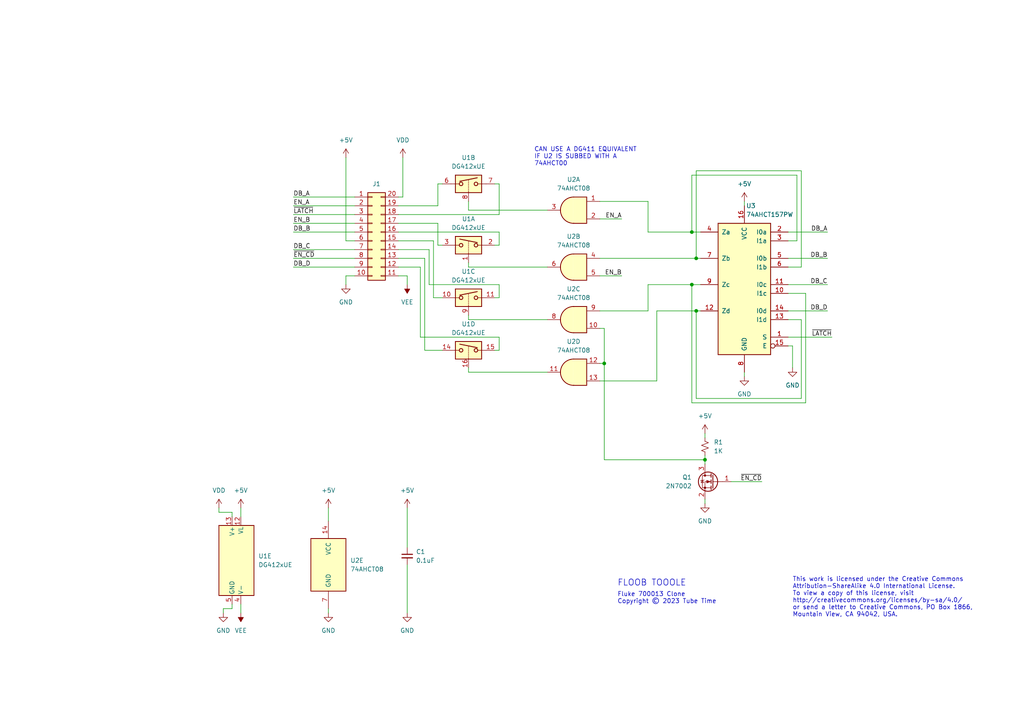
<source format=kicad_sch>
(kicad_sch (version 20211123) (generator eeschema)
  (paper "A4")
  (lib_symbols
    (symbol "74xx:74LS08" (pin_names (offset 1.016))
      (property "Reference" "U" (at 0 1.27 0))
      (property "Value" "74LS08" (at 0 -1.27 0))
      (symbol "74LS08_1_1"
        (arc (start 0 -3.81) (mid 3.81 0) (end 0 3.81) (stroke (width 0.254)) (fill (type background)))
        (polyline (pts (xy 0 3.81) (xy -3.81 3.81) (xy -3.81 -3.81) (xy 0 -3.81)) (stroke (width 0.254)) (fill (type background)))
        (pin input line (at -7.62 2.54 0) (length 3.81) (name "~") (number "1"))
        (pin input line (at -7.62 -2.54 0) (length 3.81) (name "~") (number "2"))
        (pin output line (at 7.62 0 180) (length 3.81) (name "~") (number "3"))
      )
      (symbol "74LS08_1_2"
        (arc (start -3.81 -3.81) (mid -2.589 0) (end -3.81 3.81) (stroke (width 0.254)))
        (arc (start -0.6096 -3.81) (mid 2.1855 -2.584) (end 3.81 0) (stroke (width 0.254)) (fill (type background)))
        (polyline (pts (xy -3.81 -3.81) (xy -0.635 -3.81)) (stroke (width 0.254)) (fill (type background)))
        (polyline (pts (xy -3.81 3.81) (xy -0.635 3.81)) (stroke (width 0.254)) (fill (type background)))
        (polyline (pts (xy -0.635 3.81) (xy -3.81 3.81) (xy -3.81 3.81) (xy -3.556 3.4036) (xy -3.0226 2.2606) (xy -2.6924 1.0414) (xy -2.6162 -0.254) (xy -2.7686 -1.4986) (xy -3.175 -2.7178) (xy -3.81 -3.81) (xy -3.81 -3.81) (xy -0.635 -3.81)) (stroke (width -25.4)) (fill (type background)))
        (arc (start 3.81 0) (mid 2.1928 2.5925) (end -0.6096 3.81) (stroke (width 0.254)) (fill (type background)))
        (pin input inverted (at -7.62 2.54 0) (length 4.318) (name "~") (number "1"))
        (pin input inverted (at -7.62 -2.54 0) (length 4.318) (name "~") (number "2"))
        (pin output inverted (at 7.62 0 180) (length 3.81) (name "~") (number "3"))
      )
      (symbol "74LS08_2_1"
        (arc (start 0 -3.81) (mid 3.81 0) (end 0 3.81) (stroke (width 0.254)) (fill (type background)))
        (polyline (pts (xy 0 3.81) (xy -3.81 3.81) (xy -3.81 -3.81) (xy 0 -3.81)) (stroke (width 0.254)) (fill (type background)))
        (pin input line (at -7.62 2.54 0) (length 3.81) (name "~") (number "4"))
        (pin input line (at -7.62 -2.54 0) (length 3.81) (name "~") (number "5"))
        (pin output line (at 7.62 0 180) (length 3.81) (name "~") (number "6"))
      )
      (symbol "74LS08_2_2"
        (arc (start -3.81 -3.81) (mid -2.589 0) (end -3.81 3.81) (stroke (width 0.254)))
        (arc (start -0.6096 -3.81) (mid 2.1855 -2.584) (end 3.81 0) (stroke (width 0.254)) (fill (type background)))
        (polyline (pts (xy -3.81 -3.81) (xy -0.635 -3.81)) (stroke (width 0.254)) (fill (type background)))
        (polyline (pts (xy -3.81 3.81) (xy -0.635 3.81)) (stroke (width 0.254)) (fill (type background)))
        (polyline (pts (xy -0.635 3.81) (xy -3.81 3.81) (xy -3.81 3.81) (xy -3.556 3.4036) (xy -3.0226 2.2606) (xy -2.6924 1.0414) (xy -2.6162 -0.254) (xy -2.7686 -1.4986) (xy -3.175 -2.7178) (xy -3.81 -3.81) (xy -3.81 -3.81) (xy -0.635 -3.81)) (stroke (width -25.4)) (fill (type background)))
        (arc (start 3.81 0) (mid 2.1928 2.5925) (end -0.6096 3.81) (stroke (width 0.254)) (fill (type background)))
        (pin input inverted (at -7.62 2.54 0) (length 4.318) (name "~") (number "4"))
        (pin input inverted (at -7.62 -2.54 0) (length 4.318) (name "~") (number "5"))
        (pin output inverted (at 7.62 0 180) (length 3.81) (name "~") (number "6"))
      )
      (symbol "74LS08_3_1"
        (arc (start 0 -3.81) (mid 3.81 0) (end 0 3.81) (stroke (width 0.254)) (fill (type background)))
        (polyline (pts (xy 0 3.81) (xy -3.81 3.81) (xy -3.81 -3.81) (xy 0 -3.81)) (stroke (width 0.254)) (fill (type background)))
        (pin input line (at -7.62 -2.54 0) (length 3.81) (name "~") (number "10"))
        (pin output line (at 7.62 0 180) (length 3.81) (name "~") (number "8"))
        (pin input line (at -7.62 2.54 0) (length 3.81) (name "~") (number "9"))
      )
      (symbol "74LS08_3_2"
        (arc (start -3.81 -3.81) (mid -2.589 0) (end -3.81 3.81) (stroke (width 0.254)))
        (arc (start -0.6096 -3.81) (mid 2.1855 -2.584) (end 3.81 0) (stroke (width 0.254)) (fill (type background)))
        (polyline (pts (xy -3.81 -3.81) (xy -0.635 -3.81)) (stroke (width 0.254)) (fill (type background)))
        (polyline (pts (xy -3.81 3.81) (xy -0.635 3.81)) (stroke (width 0.254)) (fill (type background)))
        (polyline (pts (xy -0.635 3.81) (xy -3.81 3.81) (xy -3.81 3.81) (xy -3.556 3.4036) (xy -3.0226 2.2606) (xy -2.6924 1.0414) (xy -2.6162 -0.254) (xy -2.7686 -1.4986) (xy -3.175 -2.7178) (xy -3.81 -3.81) (xy -3.81 -3.81) (xy -0.635 -3.81)) (stroke (width -25.4)) (fill (type background)))
        (arc (start 3.81 0) (mid 2.1928 2.5925) (end -0.6096 3.81) (stroke (width 0.254)) (fill (type background)))
        (pin input inverted (at -7.62 -2.54 0) (length 4.318) (name "~") (number "10"))
        (pin output inverted (at 7.62 0 180) (length 3.81) (name "~") (number "8"))
        (pin input inverted (at -7.62 2.54 0) (length 4.318) (name "~") (number "9"))
      )
      (symbol "74LS08_4_1"
        (arc (start 0 -3.81) (mid 3.81 0) (end 0 3.81) (stroke (width 0.254)) (fill (type background)))
        (polyline (pts (xy 0 3.81) (xy -3.81 3.81) (xy -3.81 -3.81) (xy 0 -3.81)) (stroke (width 0.254)) (fill (type background)))
        (pin output line (at 7.62 0 180) (length 3.81) (name "~") (number "11"))
        (pin input line (at -7.62 2.54 0) (length 3.81) (name "~") (number "12"))
        (pin input line (at -7.62 -2.54 0) (length 3.81) (name "~") (number "13"))
      )
      (symbol "74LS08_4_2"
        (arc (start -3.81 -3.81) (mid -2.589 0) (end -3.81 3.81) (stroke (width 0.254)))
        (arc (start -0.6096 -3.81) (mid 2.1855 -2.584) (end 3.81 0) (stroke (width 0.254)) (fill (type background)))
        (polyline (pts (xy -3.81 -3.81) (xy -0.635 -3.81)) (stroke (width 0.254)) (fill (type background)))
        (polyline (pts (xy -3.81 3.81) (xy -0.635 3.81)) (stroke (width 0.254)) (fill (type background)))
        (polyline (pts (xy -0.635 3.81) (xy -3.81 3.81) (xy -3.81 3.81) (xy -3.556 3.4036) (xy -3.0226 2.2606) (xy -2.6924 1.0414) (xy -2.6162 -0.254) (xy -2.7686 -1.4986) (xy -3.175 -2.7178) (xy -3.81 -3.81) (xy -3.81 -3.81) (xy -0.635 -3.81)) (stroke (width -25.4)) (fill (type background)))
        (arc (start 3.81 0) (mid 2.1928 2.5925) (end -0.6096 3.81) (stroke (width 0.254)) (fill (type background)))
        (pin output inverted (at 7.62 0 180) (length 3.81) (name "~") (number "11"))
        (pin input inverted (at -7.62 2.54 0) (length 4.318) (name "~") (number "12"))
        (pin input inverted (at -7.62 -2.54 0) (length 4.318) (name "~") (number "13"))
      )
      (symbol "74LS08_5_0"
        (pin power_in line (at 0 12.7 270) (length 5.08) (name "VCC") (number "14"))
        (pin power_in line (at 0 -12.7 90) (length 5.08) (name "GND") (number "7"))
      )
      (symbol "74LS08_5_1"
        (rectangle (start -5.08 7.62) (end 5.08 -7.62) (stroke (width 0.254)) (fill (type background)))
      )
    )
    (symbol "74xx:74LS157" (pin_names (offset 1.016))
      (property "Reference" "U" (at -7.62 19.05 0))
      (property "Value" "74LS157" (at -7.62 -21.59 0))
      (symbol "74LS157_1_0"
        (pin input line (at -12.7 -15.24 0) (length 5.08) (name "S") (number "1"))
        (pin input line (at -12.7 -2.54 0) (length 5.08) (name "I1c") (number "10"))
        (pin input line (at -12.7 0 0) (length 5.08) (name "I0c") (number "11"))
        (pin output line (at 12.7 -7.62 180) (length 5.08) (name "Zd") (number "12"))
        (pin input line (at -12.7 -10.16 0) (length 5.08) (name "I1d") (number "13"))
        (pin input line (at -12.7 -7.62 0) (length 5.08) (name "I0d") (number "14"))
        (pin input inverted (at -12.7 -17.78 0) (length 5.08) (name "E") (number "15"))
        (pin power_in line (at 0 22.86 270) (length 5.08) (name "VCC") (number "16"))
        (pin input line (at -12.7 15.24 0) (length 5.08) (name "I0a") (number "2"))
        (pin input line (at -12.7 12.7 0) (length 5.08) (name "I1a") (number "3"))
        (pin output line (at 12.7 15.24 180) (length 5.08) (name "Za") (number "4"))
        (pin input line (at -12.7 7.62 0) (length 5.08) (name "I0b") (number "5"))
        (pin input line (at -12.7 5.08 0) (length 5.08) (name "I1b") (number "6"))
        (pin output line (at 12.7 7.62 180) (length 5.08) (name "Zb") (number "7"))
        (pin power_in line (at 0 -25.4 90) (length 5.08) (name "GND") (number "8"))
        (pin output line (at 12.7 0 180) (length 5.08) (name "Zc") (number "9"))
      )
      (symbol "74LS157_1_1"
        (rectangle (start -7.62 17.78) (end 7.62 -20.32) (stroke (width 0.254)) (fill (type background)))
      )
    )
    (symbol "Analog_Switch:DG412xUE" (pin_names (offset 0.254))
      (property "Reference" "U" (at -3.175 5.334 0))
      (property "Value" "DG412xUE" (at -3.175 3.556 0))
      (symbol "DG412xUE_1_1"
        (rectangle (start -3.81 2.54) (end 3.81 -2.54) (stroke (width 0.254)) (fill (type background)))
        (circle (center -2.159 0) (radius 0.508) (stroke (width 0.254)))
        (polyline (pts (xy -5.08 0) (xy -2.794 0)))
        (polyline (pts (xy -2.54 0.762) (xy 2.54 1.778)) (stroke (width 0.254)))
        (polyline (pts (xy 0 -2.54) (xy 0 -2.032)))
        (polyline (pts (xy 0 -1.778) (xy 0 -1.524)))
        (polyline (pts (xy 0 -1.27) (xy 0 -1.016)))
        (polyline (pts (xy 0 -0.762) (xy 0 -0.508)))
        (polyline (pts (xy 0 -0.254) (xy 0 0)))
        (polyline (pts (xy 0 0.254) (xy 0 0.508)))
        (polyline (pts (xy 0 0.762) (xy 0 1.016)))
        (polyline (pts (xy 5.08 0) (xy 2.794 0)))
        (circle (center 2.159 0) (radius 0.508) (stroke (width 0.254)))
        (pin input line (at 0 -5.08 90) (length 2.54) (name "~") (number "1"))
        (pin passive line (at -7.62 0 0) (length 2.54) (name "~") (number "2"))
        (pin passive line (at 7.62 0 180) (length 2.54) (name "~") (number "3"))
      )
      (symbol "DG412xUE_2_1"
        (rectangle (start -3.81 2.54) (end 3.81 -2.54) (stroke (width 0.254)) (fill (type background)))
        (circle (center -2.159 0) (radius 0.508) (stroke (width 0.254)))
        (polyline (pts (xy -5.08 0) (xy -2.794 0)))
        (polyline (pts (xy -2.54 0.762) (xy 2.54 1.778)) (stroke (width 0.254)))
        (polyline (pts (xy 0 -2.54) (xy 0 -2.032)))
        (polyline (pts (xy 0 -1.778) (xy 0 -1.524)))
        (polyline (pts (xy 0 -1.27) (xy 0 -1.016)))
        (polyline (pts (xy 0 -0.762) (xy 0 -0.508)))
        (polyline (pts (xy 0 -0.254) (xy 0 0)))
        (polyline (pts (xy 0 0.254) (xy 0 0.508)))
        (polyline (pts (xy 0 0.762) (xy 0 1.016)))
        (polyline (pts (xy 5.08 0) (xy 2.794 0)))
        (circle (center 2.159 0) (radius 0.508) (stroke (width 0.254)))
        (pin passive line (at -7.62 0 0) (length 2.54) (name "~") (number "6"))
        (pin passive line (at 7.62 0 180) (length 2.54) (name "~") (number "7"))
        (pin input line (at 0 -5.08 90) (length 2.54) (name "~") (number "8"))
      )
      (symbol "DG412xUE_3_1"
        (rectangle (start -3.81 2.54) (end 3.81 -2.54) (stroke (width 0.254)) (fill (type background)))
        (circle (center -2.159 0) (radius 0.508) (stroke (width 0.254)))
        (polyline (pts (xy -5.08 0) (xy -2.794 0)))
        (polyline (pts (xy -2.54 0.762) (xy 2.54 1.778)) (stroke (width 0.254)))
        (polyline (pts (xy 0 -2.54) (xy 0 -2.032)))
        (polyline (pts (xy 0 -1.778) (xy 0 -1.524)))
        (polyline (pts (xy 0 -1.27) (xy 0 -1.016)))
        (polyline (pts (xy 0 -0.762) (xy 0 -0.508)))
        (polyline (pts (xy 0 -0.254) (xy 0 0)))
        (polyline (pts (xy 0 0.254) (xy 0 0.508)))
        (polyline (pts (xy 0 0.762) (xy 0 1.016)))
        (polyline (pts (xy 5.08 0) (xy 2.794 0)))
        (circle (center 2.159 0) (radius 0.508) (stroke (width 0.254)))
        (pin passive line (at -7.62 0 0) (length 2.54) (name "~") (number "10"))
        (pin passive line (at 7.62 0 180) (length 2.54) (name "~") (number "11"))
        (pin input line (at 0 -5.08 90) (length 2.54) (name "~") (number "9"))
      )
      (symbol "DG412xUE_4_1"
        (rectangle (start -3.81 2.54) (end 3.81 -2.54) (stroke (width 0.254)) (fill (type background)))
        (circle (center -2.159 0) (radius 0.508) (stroke (width 0.254)))
        (polyline (pts (xy -5.08 0) (xy -2.794 0)))
        (polyline (pts (xy -2.54 0.762) (xy 2.54 1.778)) (stroke (width 0.254)))
        (polyline (pts (xy 0 -2.54) (xy 0 -2.032)))
        (polyline (pts (xy 0 -1.778) (xy 0 -1.524)))
        (polyline (pts (xy 0 -1.27) (xy 0 -1.016)))
        (polyline (pts (xy 0 -0.762) (xy 0 -0.508)))
        (polyline (pts (xy 0 -0.254) (xy 0 0)))
        (polyline (pts (xy 0 0.254) (xy 0 0.508)))
        (polyline (pts (xy 0 0.762) (xy 0 1.016)))
        (polyline (pts (xy 5.08 0) (xy 2.794 0)))
        (circle (center 2.159 0) (radius 0.508) (stroke (width 0.254)))
        (pin passive line (at 7.62 0 180) (length 2.54) (name "~") (number "14"))
        (pin passive line (at -7.62 0 0) (length 2.54) (name "~") (number "15"))
        (pin input line (at 0 -5.08 90) (length 2.54) (name "~") (number "16"))
      )
      (symbol "DG412xUE_5_0"
        (pin power_in line (at 2.54 12.7 270) (length 2.54) (name "VL") (number "12"))
        (pin power_in line (at 0 12.7 270) (length 2.54) (name "V+") (number "13"))
        (pin power_in line (at 2.54 -12.7 90) (length 2.54) (name "V-") (number "4"))
        (pin power_in line (at 0 -12.7 90) (length 2.54) (name "GND") (number "5"))
      )
      (symbol "DG412xUE_5_1"
        (rectangle (start -3.81 10.16) (end 6.35 -10.16) (stroke (width 0.254)) (fill (type background)))
      )
    )
    (symbol "Connector_Generic:Conn_02x10_Counter_Clockwise" (pin_names (offset 1.016) hide)
      (property "Reference" "J" (at 1.27 12.7 0))
      (property "Value" "Conn_02x10_Counter_Clockwise" (at 1.27 -15.24 0))
      (symbol "Conn_02x10_Counter_Clockwise_1_1"
        (rectangle (start -1.27 -12.573) (end 0 -12.827) (stroke (width 0.1524)))
        (rectangle (start -1.27 -10.033) (end 0 -10.287) (stroke (width 0.1524)))
        (rectangle (start -1.27 -7.493) (end 0 -7.747) (stroke (width 0.1524)))
        (rectangle (start -1.27 -4.953) (end 0 -5.207) (stroke (width 0.1524)))
        (rectangle (start -1.27 -2.413) (end 0 -2.667) (stroke (width 0.1524)))
        (rectangle (start -1.27 0.127) (end 0 -0.127) (stroke (width 0.1524)))
        (rectangle (start -1.27 2.667) (end 0 2.413) (stroke (width 0.1524)))
        (rectangle (start -1.27 5.207) (end 0 4.953) (stroke (width 0.1524)))
        (rectangle (start -1.27 7.747) (end 0 7.493) (stroke (width 0.1524)))
        (rectangle (start -1.27 10.287) (end 0 10.033) (stroke (width 0.1524)))
        (rectangle (start -1.27 11.43) (end 3.81 -13.97) (stroke (width 0.254)) (fill (type background)))
        (rectangle (start 3.81 -12.573) (end 2.54 -12.827) (stroke (width 0.1524)))
        (rectangle (start 3.81 -10.033) (end 2.54 -10.287) (stroke (width 0.1524)))
        (rectangle (start 3.81 -7.493) (end 2.54 -7.747) (stroke (width 0.1524)))
        (rectangle (start 3.81 -4.953) (end 2.54 -5.207) (stroke (width 0.1524)))
        (rectangle (start 3.81 -2.413) (end 2.54 -2.667) (stroke (width 0.1524)))
        (rectangle (start 3.81 0.127) (end 2.54 -0.127) (stroke (width 0.1524)))
        (rectangle (start 3.81 2.667) (end 2.54 2.413) (stroke (width 0.1524)))
        (rectangle (start 3.81 5.207) (end 2.54 4.953) (stroke (width 0.1524)))
        (rectangle (start 3.81 7.747) (end 2.54 7.493) (stroke (width 0.1524)))
        (rectangle (start 3.81 10.287) (end 2.54 10.033) (stroke (width 0.1524)))
        (pin passive line (at -5.08 10.16 0) (length 3.81) (name "Pin_1") (number "1"))
        (pin passive line (at -5.08 -12.7 0) (length 3.81) (name "Pin_10") (number "10"))
        (pin passive line (at 7.62 -12.7 180) (length 3.81) (name "Pin_11") (number "11"))
        (pin passive line (at 7.62 -10.16 180) (length 3.81) (name "Pin_12") (number "12"))
        (pin passive line (at 7.62 -7.62 180) (length 3.81) (name "Pin_13") (number "13"))
        (pin passive line (at 7.62 -5.08 180) (length 3.81) (name "Pin_14") (number "14"))
        (pin passive line (at 7.62 -2.54 180) (length 3.81) (name "Pin_15") (number "15"))
        (pin passive line (at 7.62 0 180) (length 3.81) (name "Pin_16") (number "16"))
        (pin passive line (at 7.62 2.54 180) (length 3.81) (name "Pin_17") (number "17"))
        (pin passive line (at 7.62 5.08 180) (length 3.81) (name "Pin_18") (number "18"))
        (pin passive line (at 7.62 7.62 180) (length 3.81) (name "Pin_19") (number "19"))
        (pin passive line (at -5.08 7.62 0) (length 3.81) (name "Pin_2") (number "2"))
        (pin passive line (at 7.62 10.16 180) (length 3.81) (name "Pin_20") (number "20"))
        (pin passive line (at -5.08 5.08 0) (length 3.81) (name "Pin_3") (number "3"))
        (pin passive line (at -5.08 2.54 0) (length 3.81) (name "Pin_4") (number "4"))
        (pin passive line (at -5.08 0 0) (length 3.81) (name "Pin_5") (number "5"))
        (pin passive line (at -5.08 -2.54 0) (length 3.81) (name "Pin_6") (number "6"))
        (pin passive line (at -5.08 -5.08 0) (length 3.81) (name "Pin_7") (number "7"))
        (pin passive line (at -5.08 -7.62 0) (length 3.81) (name "Pin_8") (number "8"))
        (pin passive line (at -5.08 -10.16 0) (length 3.81) (name "Pin_9") (number "9"))
      )
    )
    (symbol "Device:C_Small" (pin_numbers hide) (pin_names (offset 0.254) hide)
      (property "Reference" "C" (at 0.254 1.778 0))
      (property "Value" "C_Small" (at 0.254 -2.032 0))
      (symbol "C_Small_0_1"
        (polyline (pts (xy -1.524 -0.508) (xy 1.524 -0.508)) (stroke (width 0.3302)))
        (polyline (pts (xy -1.524 0.508) (xy 1.524 0.508)) (stroke (width 0.3048)))
      )
      (symbol "C_Small_1_1"
        (pin passive line (at 0 2.54 270) (length 2.032) (name "~") (number "1"))
        (pin passive line (at 0 -2.54 90) (length 2.032) (name "~") (number "2"))
      )
    )
    (symbol "Device:R_Small_US" (pin_numbers hide) (pin_names (offset 0.254) hide)
      (property "Reference" "R" (at 0.762 0.508 0))
      (property "Value" "R_Small_US" (at 0.762 -1.016 0))
      (symbol "R_Small_US_1_1"
        (polyline (pts (xy 0 0) (xy 1.016 -0.381) (xy 0 -0.762) (xy -1.016 -1.143) (xy 0 -1.524)))
        (polyline (pts (xy 0 1.524) (xy 1.016 1.143) (xy 0 0.762) (xy -1.016 0.381) (xy 0 0)))
        (pin passive line (at 0 2.54 270) (length 1.016) (name "~") (number "1"))
        (pin passive line (at 0 -2.54 90) (length 1.016) (name "~") (number "2"))
      )
    )
    (symbol "Transistor_FET:2N7002" (pin_names hide)
      (property "Reference" "Q" (at 5.08 1.905 0))
      (property "Value" "2N7002" (at 5.08 0 0))
      (symbol "2N7002_0_1"
        (polyline (pts (xy 0.254 0) (xy -2.54 0)))
        (polyline (pts (xy 0.254 1.905) (xy 0.254 -1.905)) (stroke (width 0.254)))
        (polyline (pts (xy 0.762 -1.27) (xy 0.762 -2.286)) (stroke (width 0.254)))
        (polyline (pts (xy 0.762 0.508) (xy 0.762 -0.508)) (stroke (width 0.254)))
        (polyline (pts (xy 0.762 2.286) (xy 0.762 1.27)) (stroke (width 0.254)))
        (polyline (pts (xy 2.54 2.54) (xy 2.54 1.778)))
        (polyline (pts (xy 2.54 -2.54) (xy 2.54 0) (xy 0.762 0)))
        (polyline (pts (xy 0.762 -1.778) (xy 3.302 -1.778) (xy 3.302 1.778) (xy 0.762 1.778)))
        (polyline (pts (xy 1.016 0) (xy 2.032 0.381) (xy 2.032 -0.381) (xy 1.016 0)) (fill (type outline)))
        (polyline (pts (xy 2.794 0.508) (xy 2.921 0.381) (xy 3.683 0.381) (xy 3.81 0.254)))
        (polyline (pts (xy 3.302 0.381) (xy 2.921 -0.254) (xy 3.683 -0.254) (xy 3.302 0.381)))
        (circle (center 1.651 0) (radius 2.794) (stroke (width 0.254)))
        (circle (center 2.54 -1.778) (radius 0.254) (fill (type outline)))
        (circle (center 2.54 1.778) (radius 0.254) (fill (type outline)))
      )
      (symbol "2N7002_1_1"
        (pin input line (at -5.08 0 0) (length 2.54) (name "G") (number "1"))
        (pin passive line (at 2.54 -5.08 90) (length 2.54) (name "S") (number "2"))
        (pin passive line (at 2.54 5.08 270) (length 2.54) (name "D") (number "3"))
      )
    )
    (symbol "power:+5V" (power) (pin_names (offset 0))
      (property "Value" "+5V" (at 0 3.556 0))
      (symbol "+5V_0_1"
        (polyline (pts (xy -0.762 1.27) (xy 0 2.54)))
        (polyline (pts (xy 0 0) (xy 0 2.54)))
        (polyline (pts (xy 0 2.54) (xy 0.762 1.27)))
      )
      (symbol "+5V_1_1"
        (pin power_in line (at 0 0 90) (length 0) hide (name "+5V") (number "1"))
      )
    )
    (symbol "power:GND" (power) (pin_names (offset 0))
      (property "Value" "GND" (at 0 -3.81 0))
      (symbol "GND_0_1"
        (polyline (pts (xy 0 0) (xy 0 -1.27) (xy 1.27 -1.27) (xy 0 -2.54) (xy -1.27 -1.27) (xy 0 -1.27)))
      )
      (symbol "GND_1_1"
        (pin power_in line (at 0 0 270) (length 0) hide (name "GND") (number "1"))
      )
    )
    (symbol "power:VDD" (power) (pin_names (offset 0))
      (property "Value" "VDD" (at 0 3.81 0))
      (symbol "VDD_0_1"
        (polyline (pts (xy -0.762 1.27) (xy 0 2.54)))
        (polyline (pts (xy 0 0) (xy 0 2.54)))
        (polyline (pts (xy 0 2.54) (xy 0.762 1.27)))
      )
      (symbol "VDD_1_1"
        (pin power_in line (at 0 0 90) (length 0) hide (name "VDD") (number "1"))
      )
    )
    (symbol "power:VEE" (power) (pin_names (offset 0))
      (property "Value" "VEE" (at 0 3.81 0))
      (symbol "VEE_0_1"
        (polyline (pts (xy 0 0) (xy 0 2.54)))
        (polyline (pts (xy 0.762 1.27) (xy -0.762 1.27) (xy 0 2.54) (xy 0.762 1.27)) (fill (type outline)))
      )
      (symbol "VEE_1_1"
        (pin power_in line (at 0 0 90) (length 0) hide (name "VEE") (number "1"))
      )
    )
  )
  (junction (at 201.93 90.17))
  (junction (at 204.47 133.35))
  (junction (at 200.66 67.31))
  (junction (at 175.26 105.41))
  (junction (at 200.66 82.55))
  (junction (at 201.93 74.93))
  (wire (pts (xy 128.27 71.12) (xy 127 71.12)))
  (wire (pts (xy 200.66 50.8) (xy 200.66 67.31)))
  (wire (pts (xy 215.9 107.95) (xy 215.9 109.22)))
  (wire (pts (xy 228.6 100.33) (xy 229.87 100.33)))
  (wire (pts (xy 124.46 72.39) (xy 124.46 82.55)))
  (wire (pts (xy 204.47 144.78) (xy 204.47 146.05)))
  (wire (pts (xy 215.9 58.42) (xy 215.9 59.69)))
  (wire (pts (xy 124.46 82.55) (xy 144.78 82.55)))
  (wire (pts (xy 85.09 62.23) (xy 102.87 62.23)))
  (wire (pts (xy 173.99 110.49) (xy 190.5 110.49)))
  (wire (pts (xy 201.93 115.57) (xy 201.93 90.17)))
  (wire (pts (xy 63.5 147.32) (xy 63.5 148.59)))
  (wire (pts (xy 115.57 57.15) (xy 116.84 57.15)))
  (wire (pts (xy 115.57 69.85) (xy 125.73 69.85)))
  (wire (pts (xy 187.96 82.55) (xy 200.66 82.55)))
  (wire (pts (xy 121.92 77.47) (xy 121.92 97.79)))
  (wire (pts (xy 67.31 176.53) (xy 64.77 176.53)))
  (wire (pts (xy 144.78 53.34) (xy 143.51 53.34)))
  (wire (pts (xy 128.27 101.6) (xy 123.19 101.6)))
  (wire (pts (xy 85.09 67.31) (xy 102.87 67.31)))
  (wire (pts (xy 67.31 148.59) (xy 67.31 149.86)))
  (wire (pts (xy 118.11 163.83) (xy 118.11 177.8)))
  (wire (pts (xy 228.6 67.31) (xy 240.03 67.31)))
  (wire (pts (xy 144.78 86.36) (xy 143.51 86.36)))
  (wire (pts (xy 64.77 176.53) (xy 64.77 177.8)))
  (wire (pts (xy 144.78 101.6) (xy 143.51 101.6)))
  (wire (pts (xy 200.66 82.55) (xy 203.2 82.55)))
  (wire (pts (xy 232.41 49.53) (xy 201.93 49.53)))
  (wire (pts (xy 228.6 77.47) (xy 232.41 77.47)))
  (wire (pts (xy 175.26 95.25) (xy 175.26 105.41)))
  (wire (pts (xy 85.09 64.77) (xy 102.87 64.77)))
  (wire (pts (xy 125.73 69.85) (xy 125.73 86.36)))
  (wire (pts (xy 228.6 82.55) (xy 240.03 82.55)))
  (wire (pts (xy 232.41 115.57) (xy 201.93 115.57)))
  (wire (pts (xy 173.99 80.01) (xy 180.34 80.01)))
  (wire (pts (xy 187.96 90.17) (xy 187.96 82.55)))
  (wire (pts (xy 115.57 67.31) (xy 144.78 67.31)))
  (wire (pts (xy 135.89 60.96) (xy 135.89 58.42)))
  (wire (pts (xy 85.09 59.69) (xy 102.87 59.69)))
  (wire (pts (xy 204.47 133.35) (xy 204.47 134.62)))
  (wire (pts (xy 200.66 67.31) (xy 187.96 67.31)))
  (wire (pts (xy 115.57 72.39) (xy 124.46 72.39)))
  (wire (pts (xy 135.89 91.44) (xy 135.89 92.71)))
  (wire (pts (xy 228.6 97.79) (xy 241.3 97.79)))
  (wire (pts (xy 85.09 74.93) (xy 102.87 74.93)))
  (wire (pts (xy 158.75 77.47) (xy 135.89 77.47)))
  (wire (pts (xy 95.25 176.53) (xy 95.25 177.8)))
  (wire (pts (xy 144.78 82.55) (xy 144.78 86.36)))
  (wire (pts (xy 200.66 116.84) (xy 200.66 82.55)))
  (wire (pts (xy 100.33 45.72) (xy 100.33 69.85)))
  (wire (pts (xy 69.85 147.32) (xy 69.85 149.86)))
  (wire (pts (xy 118.11 80.01) (xy 118.11 82.55)))
  (wire (pts (xy 67.31 175.26) (xy 67.31 176.53)))
  (wire (pts (xy 231.14 50.8) (xy 200.66 50.8)))
  (wire (pts (xy 115.57 64.77) (xy 127 64.77)))
  (wire (pts (xy 144.78 62.23) (xy 144.78 53.34)))
  (wire (pts (xy 127 59.69) (xy 115.57 59.69)))
  (wire (pts (xy 201.93 49.53) (xy 201.93 74.93)))
  (wire (pts (xy 128.27 53.34) (xy 127 53.34)))
  (wire (pts (xy 173.99 63.5) (xy 180.34 63.5)))
  (wire (pts (xy 201.93 90.17) (xy 203.2 90.17)))
  (wire (pts (xy 190.5 90.17) (xy 201.93 90.17)))
  (wire (pts (xy 190.5 110.49) (xy 190.5 90.17)))
  (wire (pts (xy 127 53.34) (xy 127 59.69)))
  (wire (pts (xy 204.47 133.35) (xy 175.26 133.35)))
  (wire (pts (xy 173.99 74.93) (xy 201.93 74.93)))
  (wire (pts (xy 228.6 69.85) (xy 231.14 69.85)))
  (wire (pts (xy 115.57 80.01) (xy 118.11 80.01)))
  (wire (pts (xy 123.19 101.6) (xy 123.19 74.93)))
  (wire (pts (xy 116.84 45.72) (xy 116.84 57.15)))
  (wire (pts (xy 231.14 69.85) (xy 231.14 50.8)))
  (wire (pts (xy 123.19 74.93) (xy 115.57 74.93)))
  (wire (pts (xy 187.96 67.31) (xy 187.96 58.42)))
  (wire (pts (xy 200.66 67.31) (xy 203.2 67.31)))
  (wire (pts (xy 228.6 85.09) (xy 233.68 85.09)))
  (wire (pts (xy 69.85 175.26) (xy 69.85 177.8)))
  (wire (pts (xy 85.09 72.39) (xy 102.87 72.39)))
  (wire (pts (xy 229.87 100.33) (xy 229.87 106.68)))
  (wire (pts (xy 135.89 77.47) (xy 135.89 76.2)))
  (wire (pts (xy 228.6 74.93) (xy 240.03 74.93)))
  (wire (pts (xy 118.11 147.32) (xy 118.11 158.75)))
  (wire (pts (xy 135.89 106.68) (xy 135.89 107.95)))
  (wire (pts (xy 100.33 80.01) (xy 102.87 80.01)))
  (wire (pts (xy 144.78 71.12) (xy 143.51 71.12)))
  (wire (pts (xy 173.99 90.17) (xy 187.96 90.17)))
  (wire (pts (xy 85.09 57.15) (xy 102.87 57.15)))
  (wire (pts (xy 228.6 92.71) (xy 232.41 92.71)))
  (wire (pts (xy 204.47 132.08) (xy 204.47 133.35)))
  (wire (pts (xy 63.5 148.59) (xy 67.31 148.59)))
  (wire (pts (xy 127 71.12) (xy 127 64.77)))
  (wire (pts (xy 187.96 58.42) (xy 173.99 58.42)))
  (wire (pts (xy 175.26 133.35) (xy 175.26 105.41)))
  (wire (pts (xy 115.57 77.47) (xy 121.92 77.47)))
  (wire (pts (xy 144.78 97.79) (xy 144.78 101.6)))
  (wire (pts (xy 173.99 95.25) (xy 175.26 95.25)))
  (wire (pts (xy 85.09 77.47) (xy 102.87 77.47)))
  (wire (pts (xy 121.92 97.79) (xy 144.78 97.79)))
  (wire (pts (xy 135.89 107.95) (xy 158.75 107.95)))
  (wire (pts (xy 100.33 82.55) (xy 100.33 80.01)))
  (wire (pts (xy 228.6 90.17) (xy 240.03 90.17)))
  (wire (pts (xy 115.57 62.23) (xy 144.78 62.23)))
  (wire (pts (xy 175.26 105.41) (xy 173.99 105.41)))
  (wire (pts (xy 135.89 92.71) (xy 158.75 92.71)))
  (wire (pts (xy 212.09 139.7) (xy 220.98 139.7)))
  (wire (pts (xy 158.75 60.96) (xy 135.89 60.96)))
  (wire (pts (xy 233.68 85.09) (xy 233.68 116.84)))
  (wire (pts (xy 201.93 74.93) (xy 203.2 74.93)))
  (wire (pts (xy 125.73 86.36) (xy 128.27 86.36)))
  (wire (pts (xy 144.78 67.31) (xy 144.78 71.12)))
  (wire (pts (xy 232.41 92.71) (xy 232.41 115.57)))
  (wire (pts (xy 204.47 125.73) (xy 204.47 127)))
  (wire (pts (xy 232.41 77.47) (xy 232.41 49.53)))
  (wire (pts (xy 95.25 147.32) (xy 95.25 151.13)))
  (wire (pts (xy 233.68 116.84) (xy 200.66 116.84)))
  (wire (pts (xy 102.87 69.85) (xy 100.33 69.85)))
  (text "CAN USE A DG411 EQUIVALENT\nIF U2 IS SUBBED WITH A\n74AHCT00" (at 154.94 48.26 0) (effects (font (size 1.27 1.27)) (justify left bottom)))
  (text "FLOOB TOOOLE" (at 179.07 170.18 0) (effects (font (size 1.778 1.778)) (justify left bottom)))
  (text "This work is licensed under the Creative Commons\nAttribution-ShareAlike 4.0 International License.\nTo view a copy of this license, visit\nhttp://creativecommons.org/licenses/by-sa/4.0/\nor send a letter to Creative Commons, PO Box 1866,\nMountain View, CA 94042, USA." (at 229.87 179.07 0) (effects (font (size 1.27 1.27)) (justify left bottom)))
  (text "Fluke 700013 Clone\nCopyright © 2023 Tube Time" (at 179.07 175.26 0) (effects (font (size 1.27 1.27)) (justify left bottom)))
  (label "EN_A" (at 85.09 59.69 0))
  (label "DB_B" (at 85.09 67.31 0))
  (label "EN_B" (at 85.09 64.77 0))
  (label "DB_C" (at 240.03 82.55 180))
  (label "DB_A" (at 240.03 67.31 180))
  (label "~{EN_CD}" (at 220.98 139.7 180))
  (label "DB_D" (at 240.03 90.17 180))
  (label "DB_C" (at 85.09 72.39 0))
  (label "~{EN_CD}" (at 85.09 74.93 0))
  (label "~{LATCH}" (at 85.09 62.23 0))
  (label "DB_A" (at 85.09 57.15 0))
  (label "DB_D" (at 85.09 77.47 0))
  (label "~{LATCH}" (at 241.3 97.79 180))
  (label "EN_A" (at 180.34 63.5 180))
  (label "EN_B" (at 180.34 80.01 180))
  (label "DB_B" (at 240.03 74.93 180))
  (symbol (lib_id "power:+5V") (at 204.47 125.73 0) (unit 1)
    (property "Reference" "#PWR011" (effects hide))
    (property "Value" "+5V" (at 204.47 120.65 0))
  )
  (symbol (lib_id "Analog_Switch:DG412xUE") (at 135.89 101.6 0) (mirror y) (unit 4)
    (property "Reference" "U1" (at 135.89 93.98 0))
    (property "Value" "DG412xUE" (at 135.89 96.52 0))
    (property "Footprint" "Active:TSOP65P640X110-16" (effects hide))
    (property "Mouser" "78-DG412DQ-T1-E3" (effects hide))
  )
  (symbol (lib_id "Device:C_Small") (at 118.11 161.29 0) (unit 1)
    (property "Reference" "C1" (at 120.65 160.0262 0) (effects (justify left)))
    (property "Value" "0.1uF" (at 120.65 162.5662 0) (effects (justify left)))
    (property "Footprint" "Passive:CAPC1608X100" (effects hide))
  )
  (symbol (lib_id "Connector_Generic:Conn_02x10_Counter_Clockwise") (at 107.95 67.31 0) (unit 1)
    (property "Reference" "J1" (at 109.22 53.34 0))
    (property "Value" "Conn_02x10_Counter_Clockwise" (effects hide))
    (property "Footprint" "TOOOLE:DIP20" (effects hide))
  )
  (symbol (lib_id "power:VEE") (at 69.85 177.8 180) (unit 1)
    (property "Reference" "#PWR04" (effects hide))
    (property "Value" "VEE" (at 69.85 182.88 0))
  )
  (symbol (lib_id "power:+5V") (at 95.25 147.32 0) (unit 1)
    (property "Reference" "#PWR05" (effects hide))
    (property "Value" "+5V" (at 95.25 142.24 0))
  )
  (symbol (lib_id "74xx:74LS08") (at 166.37 77.47 0) (mirror y) (unit 2)
    (property "Reference" "U2" (at 166.37 68.58 0))
    (property "Value" "74AHCT08" (at 166.37 71.12 0))
    (property "Footprint" "Active:TSOP65P640X110-14" (effects hide))
    (property "Datasheet" "http://www.ti.com/lit/gpn/sn74LS08" (effects hide))
    (property "Mouser" "771-AHCT08PW118" (effects hide))
  )
  (symbol (lib_id "power:VEE") (at 118.11 82.55 180) (unit 1)
    (property "Reference" "#PWR010" (effects hide))
    (property "Value" "VEE" (at 118.11 87.63 0))
  )
  (symbol (lib_id "power:GND") (at 118.11 177.8 0) (unit 1)
    (property "Reference" "#PWR0102" (effects hide))
    (property "Value" "GND" (at 118.11 182.88 0))
  )
  (symbol (lib_id "74xx:74LS08") (at 166.37 92.71 0) (mirror y) (unit 3)
    (property "Reference" "U2" (at 166.37 83.82 0))
    (property "Value" "74AHCT08" (at 166.37 86.36 0))
    (property "Footprint" "Active:TSOP65P640X110-14" (effects hide))
    (property "Datasheet" "http://www.ti.com/lit/gpn/sn74LS08" (effects hide))
    (property "Mouser" "771-AHCT08PW118" (effects hide))
  )
  (symbol (lib_id "power:GND") (at 64.77 177.8 0) (unit 1)
    (property "Reference" "#PWR02" (effects hide))
    (property "Value" "GND" (at 64.77 182.88 0))
  )
  (symbol (lib_id "power:GND") (at 215.9 109.22 0) (unit 1)
    (property "Reference" "#PWR014" (effects hide))
    (property "Value" "GND" (at 215.9 114.3 0))
  )
  (symbol (lib_id "Analog_Switch:DG412xUE") (at 135.89 86.36 0) (unit 3)
    (property "Reference" "U1" (at 135.89 78.74 0))
    (property "Value" "DG412xUE" (at 135.89 81.28 0))
    (property "Footprint" "Active:TSOP65P640X110-16" (effects hide))
    (property "Mouser" "78-DG412DQ-T1-E3" (effects hide))
  )
  (symbol (lib_id "power:GND") (at 229.87 106.68 0) (unit 1)
    (property "Reference" "#PWR015" (effects hide))
    (property "Value" "GND" (at 229.87 111.76 0))
  )
  (symbol (lib_id "Analog_Switch:DG412xUE") (at 135.89 71.12 0) (mirror y) (unit 1)
    (property "Reference" "U1" (at 135.89 63.5 0))
    (property "Value" "DG412xUE" (at 135.89 66.04 0))
    (property "Footprint" "Active:TSOP65P640X110-16" (effects hide))
    (property "Mouser" "78-DG412DQ-T1-E3" (effects hide))
  )
  (symbol (lib_id "power:+5V") (at 100.33 45.72 0) (unit 1)
    (property "Reference" "#PWR07" (effects hide))
    (property "Value" "+5V" (at 100.33 40.64 0))
  )
  (symbol (lib_id "power:GND") (at 100.33 82.55 0) (unit 1)
    (property "Reference" "#PWR08" (effects hide))
    (property "Value" "GND" (at 100.33 87.63 0))
  )
  (symbol (lib_id "Transistor_FET:2N7002") (at 207.01 139.7 0) (mirror y) (unit 1)
    (property "Reference" "Q1" (at 200.66 138.4299 0) (effects (justify left)))
    (property "Value" "2N7002" (at 200.66 140.9699 0) (effects (justify left)))
    (property "Footprint" "Active:SOT95P230X117-3" (effects hide))
    (property "Datasheet" "https://www.onsemi.com/pub/Collateral/NDS7002A-D.PDF" (effects hide))
    (property "Mouser" "512-2N7002L" (effects hide))
  )
  (symbol (lib_id "74xx:74LS08") (at 166.37 107.95 0) (mirror y) (unit 4)
    (property "Reference" "U2" (at 166.37 99.06 0))
    (property "Value" "74AHCT08" (at 166.37 101.6 0))
    (property "Footprint" "Active:TSOP65P640X110-14" (effects hide))
    (property "Datasheet" "http://www.ti.com/lit/gpn/sn74LS08" (effects hide))
    (property "Mouser" "771-AHCT08PW118" (effects hide))
  )
  (symbol (lib_id "power:+5V") (at 118.11 147.32 0) (unit 1)
    (property "Reference" "#PWR0101" (effects hide))
    (property "Value" "+5V" (at 118.11 142.24 0))
  )
  (symbol (lib_id "74xx:74LS08") (at 166.37 60.96 0) (mirror y) (unit 1)
    (property "Reference" "U2" (at 166.37 52.07 0))
    (property "Value" "74AHCT08" (at 166.37 54.61 0))
    (property "Footprint" "Active:TSOP65P640X110-14" (effects hide))
    (property "Datasheet" "http://www.ti.com/lit/gpn/sn74LS08" (effects hide))
    (property "Mouser" "771-AHCT08PW118" (effects hide))
  )
  (symbol (lib_id "74xx:74LS157") (at 215.9 82.55 0) (mirror y) (unit 1)
    (property "Reference" "U3" (at 216.4206 59.69 0) (effects (justify right)))
    (property "Value" "74AHCT157PW" (at 216.4206 62.23 0) (effects (justify right)))
    (property "Footprint" "Active:TSOP65P640X110-16" (effects hide))
    (property "Datasheet" "http://www.ti.com/lit/gpn/sn74LS157" (effects hide))
    (property "Mouser" "771-AHCT157PW118" (effects hide))
  )
  (symbol (lib_id "power:+5V") (at 69.85 147.32 0) (unit 1)
    (property "Reference" "#PWR03" (effects hide))
    (property "Value" "+5V" (at 69.85 142.24 0))
  )
  (symbol (lib_id "Analog_Switch:DG412xUE") (at 67.31 162.56 0) (unit 5)
    (property "Reference" "U1" (at 74.93 161.2899 0) (effects (justify left)))
    (property "Value" "DG412xUE" (at 74.93 163.8299 0) (effects (justify left)))
    (property "Footprint" "Active:TSOP65P640X110-16" (effects hide))
    (property "Mouser" "78-DG412DQ-T1-E3" (effects hide))
  )
  (symbol (lib_id "power:GND") (at 95.25 177.8 0) (unit 1)
    (property "Reference" "#PWR06" (effects hide))
    (property "Value" "GND" (at 95.25 182.88 0))
  )
  (symbol (lib_id "74xx:74LS08") (at 95.25 163.83 0) (unit 5)
    (property "Reference" "U2" (at 101.6 162.5599 0) (effects (justify left)))
    (property "Value" "74AHCT08" (at 101.6 165.0999 0) (effects (justify left)))
    (property "Footprint" "Active:TSOP65P640X110-14" (effects hide))
    (property "Datasheet" "http://www.ti.com/lit/gpn/sn74LS08" (effects hide))
  )
  (symbol (lib_id "power:+5V") (at 215.9 58.42 0) (unit 1)
    (property "Reference" "#PWR013" (effects hide))
    (property "Value" "+5V" (at 215.9 53.34 0))
  )
  (symbol (lib_id "power:GND") (at 204.47 146.05 0) (unit 1)
    (property "Reference" "#PWR012" (effects hide))
    (property "Value" "GND" (at 204.47 151.13 0))
  )
  (symbol (lib_id "Analog_Switch:DG412xUE") (at 135.89 53.34 0) (unit 2)
    (property "Reference" "U1" (at 135.89 45.72 0))
    (property "Value" "DG412xUE" (at 135.89 48.26 0))
    (property "Footprint" "Active:TSOP65P640X110-16" (effects hide))
    (property "Mouser" "78-DG412DQ-T1-E3" (effects hide))
  )
  (symbol (lib_id "Device:R_Small_US") (at 204.47 129.54 0) (unit 1)
    (property "Reference" "R1" (at 207.01 128.2699 0) (effects (justify left)))
    (property "Value" "1K" (at 207.01 130.8099 0) (effects (justify left)))
    (property "Footprint" "Passive:RESC1608X55" (effects hide))
  )
  (symbol (lib_id "power:VDD") (at 63.5 147.32 0) (unit 1)
    (property "Reference" "#PWR01" (effects hide))
    (property "Value" "VDD" (at 63.5 142.24 0))
  )
  (symbol (lib_id "power:VDD") (at 116.84 45.72 0) (unit 1)
    (property "Reference" "#PWR09" (effects hide))
    (property "Value" "VDD" (at 116.84 40.64 0))
  )
)
</source>
